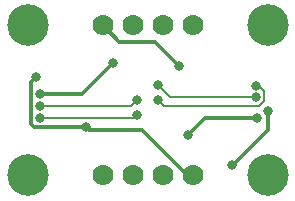
<source format=gbr>
G04 EAGLE Gerber RS-274X export*
G75*
%MOMM*%
%FSLAX34Y34*%
%LPD*%
%INBottom Copper*%
%IPPOS*%
%AMOC8*
5,1,8,0,0,1.08239X$1,22.5*%
G01*
%ADD10C,3.516000*%
%ADD11C,1.778000*%
%ADD12C,0.800100*%
%ADD13C,0.304800*%
%ADD14C,0.203200*%


D10*
X25400Y152400D03*
X228600Y152400D03*
X25400Y25400D03*
X228600Y25400D03*
D11*
X165100Y25400D03*
X139700Y25400D03*
X114300Y25400D03*
X88900Y25400D03*
X88900Y152400D03*
X114300Y152400D03*
X139700Y152400D03*
X165100Y152400D03*
D12*
X35560Y93980D03*
D13*
X71120Y93980D01*
X97790Y120650D01*
D12*
X97790Y120650D03*
D13*
X77470Y63500D02*
X121920Y63500D01*
X77470Y63500D02*
X74930Y66040D01*
D12*
X74930Y66040D03*
D13*
X160020Y25400D02*
X165100Y25400D01*
X160020Y25400D02*
X121920Y63500D01*
X74930Y66040D02*
X30480Y66040D01*
X27940Y68580D01*
X27940Y104140D01*
X32385Y108585D01*
D12*
X32385Y108585D03*
X35560Y73660D03*
D14*
X115570Y73660D01*
X118110Y76200D01*
D12*
X118110Y76200D03*
X35560Y83820D03*
D14*
X113030Y83820D01*
X118110Y88900D01*
D12*
X118110Y88900D03*
D13*
X102870Y138430D02*
X88900Y152400D01*
X133350Y138430D02*
X153670Y118110D01*
D12*
X153670Y118110D03*
D13*
X133350Y138430D02*
X102870Y138430D01*
D12*
X198120Y34290D03*
D13*
X199390Y34290D02*
X228600Y63500D01*
X199390Y34290D02*
X198120Y34290D01*
X228600Y63500D02*
X228600Y80010D01*
D12*
X228600Y80010D03*
X219710Y73660D03*
D13*
X175260Y73660D01*
X161290Y59690D01*
D12*
X161290Y59690D03*
X218440Y91440D03*
D14*
X146050Y91440D01*
X135890Y101600D01*
D12*
X135890Y101600D03*
X218440Y101473D03*
D14*
X225489Y96965D02*
X225489Y88329D01*
X225489Y96965D02*
X220980Y101473D01*
X218440Y101473D01*
X225489Y88329D02*
X220980Y83820D01*
X140970Y83820D02*
X135890Y88900D01*
D12*
X135890Y88900D03*
D14*
X140970Y83820D02*
X220980Y83820D01*
M02*

</source>
